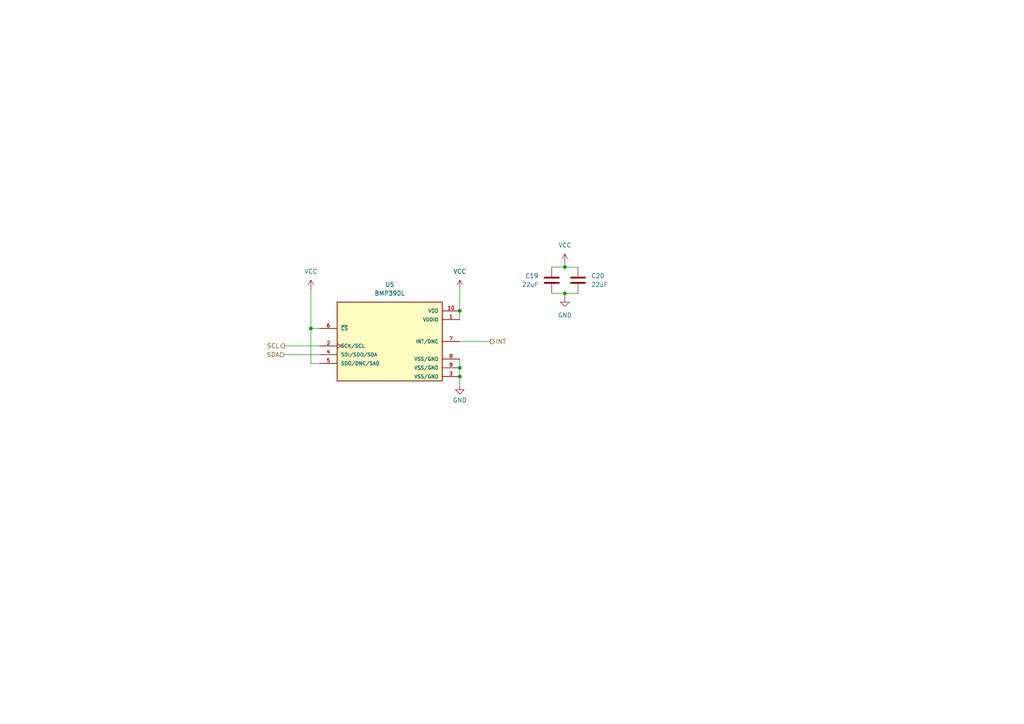
<source format=kicad_sch>
(kicad_sch (version 20231120) (generator "eeschema") (generator_version "8.0")
  (paper "A4")
  (lib_symbols
    (symbol "Device:C" (pin_numbers hide) (pin_names (offset 0.254))
      (property "Reference" "C" (at 0.635 2.54 0))
      (property "Value" "C" (at 0.635 -2.54 0))
      (symbol "C_0_1"
        (polyline (pts (xy -2.032 -0.762) (xy 2.032 -0.762)) (stroke (width 0.508)))
        (polyline (pts (xy -2.032 0.762) (xy 2.032 0.762)) (stroke (width 0.508)))
      )
      (symbol "C_1_1"
        (pin passive line (at 0 3.81 270) (length 2.794) (name "~") (number "1"))
        (pin passive line (at 0 -3.81 90) (length 2.794) (name "~") (number "2"))
      )
    )
    (symbol "heli_symbols:BMP390L" (pin_names (offset 1.016))
      (property "Reference" "U" (at -15.24 15.24 0))
      (property "Value" "BMP390L" (at -15.24 -15.24 0))
      (symbol "BMP390L_0_0"
        (rectangle (start -15.24 12.7) (end 15.24 -10.16) (stroke (width 0.254)) (fill (type background)))
        (pin power_in line (at 20.32 7.62 180) (length 5.08) (name "VDDIO") (number "1"))
        (pin power_in line (at 20.32 10.16 180) (length 5.08) (name "VDD") (number "10"))
        (pin input clock (at -20.32 0 0) (length 5.08) (name "SCK/SCL") (number "2"))
        (pin power_in line (at 20.32 -8.89 180) (length 5.08) (name "VSS/GND") (number "3"))
        (pin bidirectional line (at -20.32 -2.54 0) (length 5.08) (name "SDI/SDO/SDA") (number "4"))
        (pin bidirectional line (at -20.32 -5.08 0) (length 5.08) (name "SDO/DNC/SA0") (number "5"))
        (pin input line (at -20.32 5.08 0) (length 5.08) (name "~{CS}") (number "6"))
        (pin output line (at 20.32 1.27 180) (length 5.08) (name "INT/DNC") (number "7"))
        (pin power_in line (at 20.32 -3.81 180) (length 5.08) (name "VSS/GND") (number "8"))
        (pin power_in line (at 20.32 -6.35 180) (length 5.08) (name "VSS/GND") (number "9"))
      )
    )
    (symbol "power:GND" (power) (pin_numbers hide) (pin_names (offset 0) hide)
      (property "Value" "GND" (at 0 -3.81 0))
      (symbol "GND_0_1"
        (polyline (pts (xy 0 0) (xy 0 -1.27) (xy 1.27 -1.27) (xy 0 -2.54) (xy -1.27 -1.27) (xy 0 -1.27)))
      )
      (symbol "GND_1_1"
        (pin power_in line (at 0 0 270) (length 0) (name "~") (number "1"))
      )
    )
    (symbol "power:VCC" (power) (pin_numbers hide) (pin_names (offset 0) hide)
      (property "Value" "VCC" (at 0 3.556 0))
      (symbol "VCC_0_1"
        (polyline (pts (xy -0.762 1.27) (xy 0 2.54)))
        (polyline (pts (xy 0 0) (xy 0 2.54)))
        (polyline (pts (xy 0 2.54) (xy 0.762 1.27)))
      )
      (symbol "VCC_1_1"
        (pin power_in line (at 0 0 90) (length 0) (name "~") (number "1"))
      )
    )
  )
  (junction (at 133.35 90.17))
  (junction (at 90.17 95.25))
  (junction (at 133.35 109.22))
  (junction (at 163.83 85.09))
  (junction (at 163.83 77.47))
  (junction (at 133.35 106.68))
  (wire (pts (xy 163.83 85.09) (xy 167.64 85.09)))
  (wire (pts (xy 163.83 76.2) (xy 163.83 77.47)))
  (wire (pts (xy 90.17 83.82) (xy 90.17 95.25)))
  (wire (pts (xy 82.55 100.33) (xy 92.71 100.33)))
  (wire (pts (xy 160.02 85.09) (xy 163.83 85.09)))
  (wire (pts (xy 92.71 105.41) (xy 90.17 105.41)))
  (wire (pts (xy 90.17 95.25) (xy 92.71 95.25)))
  (wire (pts (xy 163.83 77.47) (xy 167.64 77.47)))
  (wire (pts (xy 82.55 102.87) (xy 92.71 102.87)))
  (wire (pts (xy 133.35 109.22) (xy 133.35 111.76)))
  (wire (pts (xy 133.35 99.06) (xy 142.24 99.06)))
  (wire (pts (xy 160.02 77.47) (xy 163.83 77.47)))
  (wire (pts (xy 133.35 104.14) (xy 133.35 106.68)))
  (wire (pts (xy 133.35 90.17) (xy 133.35 92.71)))
  (wire (pts (xy 133.35 83.82) (xy 133.35 90.17)))
  (wire (pts (xy 163.83 86.36) (xy 163.83 85.09)))
  (wire (pts (xy 90.17 105.41) (xy 90.17 95.25)))
  (wire (pts (xy 133.35 106.68) (xy 133.35 109.22)))
  (hierarchical_label "INT" (shape output) (at 142.24 99.06 0))
  (hierarchical_label "SDA" (shape input) (at 82.55 102.87 180))
  (hierarchical_label "SCL" (shape output) (at 82.55 100.33 180))
  (symbol (lib_id "power:VCC") (at 163.83 76.2 0) (unit 1)
    (property "Reference" "#PWR027" (effects (hide yes)))
    (property "Value" "VCC" (at 163.83 71.12 0))
    (property "Description" "Power symbol creates a global label with name \"VCC\"" (effects (hide yes)))
  )
  (symbol (lib_id "power:GND") (at 163.83 86.36 0) (unit 1)
    (property "Reference" "#PWR033" (effects (hide yes)))
    (property "Value" "GND" (at 163.83 91.44 0))
    (property "Description" "Power symbol creates a global label with name \"GND\" , ground" (effects (hide yes)))
  )
  (symbol (lib_id "Device:C") (at 167.64 81.28 0) (unit 1)
    (property "Reference" "C20" (at 171.45 80.0099 0) (effects (justify left)))
    (property "Value" "22uF" (at 171.45 82.5499 0) (effects (justify left)))
    (property "Footprint" "Capacitor_SMD:C_0603_1608Metric_Pad1.08x0.95mm_HandSolder" (effects (hide yes)))
    (property "Description" "Unpolarized capacitor" (effects (hide yes)))
  )
  (symbol (lib_id "power:VCC") (at 133.35 83.82 0) (unit 1)
    (property "Reference" "#PWR034" (effects (hide yes)))
    (property "Value" "VCC" (at 133.35 78.74 0))
    (property "Description" "Power symbol creates a global label with name \"VCC\"" (effects (hide yes)))
  )
  (symbol (lib_id "heli_symbols:BMP390L") (at 113.03 100.33 0) (unit 1)
    (property "Reference" "U5" (at 113.03 82.55 0))
    (property "Value" "BMP390L" (at 113.03 85.09 0))
    (property "Footprint" "heli-footprints:BMP390L" (effects (hide yes)))
    (property "Datasheet" "https://www.bosch-sensortec.com/media/boschsensortec/downloads/datasheets/bst-bmp390-ds002.pdf" (effects (hide yes)))
    (property "Description" "24-bit barometric pressure sensor, low-noise, low-power." (effects (hide yes)))
    (property "DigiKey_Part_Number" "828-BMP390LTR-ND" (effects (hide yes)))
    (property "SnapEDA_Link" "https://www.snapeda.com/parts/BMP390L/Bosch/view-part/?ref=snap" (effects (hide yes)))
    (property "MAXIMUM_PACKAGE_HEIGHT" "0.8 mm" (effects (hide yes)))
    (property "Package" "None" (effects (hide yes)))
    (property "Check_prices" "https://www.snapeda.com/parts/BMP390L/Bosch/view-part/?ref=eda" (effects (hide yes)))
    (property "STANDARD" "Manufacturer Recommendation" (effects (hide yes)))
    (property "PARTREV" "1.7" (effects (hide yes)))
    (property "MF" "Bosch Sensortec" (effects (hide yes)))
    (property "MP" "BMP390L" (effects (hide yes)))
    (property "Description_1" "\n                        \n                            Pressure Sensor Development Tools Evaluation Shuttle Board for the BMP390L\n                        \n" (effects (hide yes)))
    (property "MANUFACTURER" "BOSCH" (effects (hide yes)))
    (property "SNAPEDA_PN" "BMP390L" (effects (hide yes)))
  )
  (symbol (lib_id "power:VCC") (at 90.17 83.82 0) (unit 1)
    (property "Reference" "#PWR020" (effects (hide yes)))
    (property "Value" "VCC" (at 90.17 78.74 0))
    (property "Description" "Power symbol creates a global label with name \"VCC\"" (effects (hide yes)))
  )
  (symbol (lib_id "power:GND") (at 133.35 111.76 0) (unit 1)
    (property "Reference" "#PWR035" (effects (hide yes)))
    (property "Value" "GND" (at 133.35 116.078 0))
    (property "Description" "Power symbol creates a global label with name \"GND\" , ground" (effects (hide yes)))
  )
  (symbol (lib_id "Device:C") (at 160.02 81.28 0) (mirror y) (unit 1)
    (property "Reference" "C19" (at 156.21 80.0099 0) (effects (justify left)))
    (property "Value" "22uF" (at 156.21 82.5499 0) (effects (justify left)))
    (property "Footprint" "Capacitor_SMD:C_0603_1608Metric_Pad1.08x0.95mm_HandSolder" (effects (hide yes)))
    (property "Description" "Unpolarized capacitor" (effects (hide yes)))
  )
)
</source>
